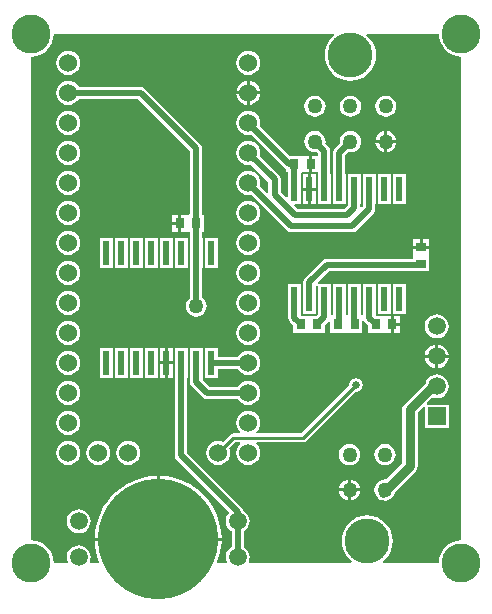
<source format=gtl>
G04*
G04 #@! TF.GenerationSoftware,Altium Limited,CircuitStudio,1.5.2 (30)*
G04*
G04 Layer_Physical_Order=1*
G04 Layer_Color=11767835*
%FSLAX25Y25*%
%MOIN*%
G70*
G01*
G75*
%ADD10R,0.02323X0.08071*%
%ADD11C,0.40158*%
%ADD12R,0.03150X0.03543*%
%ADD13R,0.03543X0.03150*%
%ADD14C,0.02000*%
%ADD15C,0.01000*%
%ADD16C,0.03000*%
%ADD17C,0.13000*%
%ADD18R,0.05906X0.05906*%
%ADD19C,0.05906*%
%ADD20C,0.06000*%
%ADD21C,0.05000*%
%ADD22C,0.15000*%
%ADD23C,0.02500*%
G36*
X374659Y379174D02*
X375087Y377761D01*
X375784Y376458D01*
X376721Y375316D01*
X377863Y374378D01*
X379166Y373682D01*
X380580Y373253D01*
X382050Y373108D01*
Y211881D01*
X380580Y211736D01*
X379166Y211307D01*
X377863Y210611D01*
X376721Y209673D01*
X375784Y208531D01*
X375087Y207228D01*
X374659Y205815D01*
X374514Y204344D01*
X355942D01*
X355763Y204844D01*
X356690Y205605D01*
X357752Y206899D01*
X358541Y208376D01*
X359027Y209978D01*
X359191Y211645D01*
X359027Y213311D01*
X358541Y214913D01*
X357752Y216390D01*
X356690Y217684D01*
X355395Y218746D01*
X353919Y219535D01*
X352316Y220022D01*
X350650Y220186D01*
X348984Y220022D01*
X347381Y219535D01*
X345905Y218746D01*
X344611Y217684D01*
X343548Y216390D01*
X342759Y214913D01*
X342273Y213311D01*
X342109Y211645D01*
X342273Y209978D01*
X342759Y208376D01*
X343548Y206899D01*
X344611Y205605D01*
X345537Y204844D01*
X345358Y204344D01*
X311431D01*
X311153Y204760D01*
X311347Y205228D01*
X311483Y206260D01*
X311347Y207292D01*
X310949Y208254D01*
X310315Y209079D01*
X309535Y209678D01*
Y214811D01*
X310315Y215410D01*
X310949Y216235D01*
X311347Y217197D01*
X311483Y218229D01*
X311347Y219261D01*
X310949Y220222D01*
X310315Y221048D01*
X309489Y221681D01*
X309435Y221704D01*
X309380Y221979D01*
X308938Y222640D01*
X308938Y222640D01*
X290539Y241039D01*
Y265938D01*
X290761D01*
Y276009D01*
X286439D01*
Y265938D01*
X286461D01*
Y240195D01*
X286616Y239414D01*
X287058Y238753D01*
X304682Y221128D01*
X304677Y221048D01*
X304043Y220222D01*
X303645Y219261D01*
X303509Y218229D01*
X303645Y217197D01*
X304043Y216235D01*
X304677Y215410D01*
X305457Y214811D01*
Y209678D01*
X304677Y209079D01*
X304043Y208254D01*
X303645Y207292D01*
X303509Y206260D01*
X303645Y205228D01*
X303839Y204760D01*
X303561Y204344D01*
X301008D01*
X300716Y204751D01*
X301404Y206777D01*
X301943Y209487D01*
X302091Y211744D01*
X259909D01*
X260057Y209487D01*
X260596Y206777D01*
X261284Y204751D01*
X260992Y204344D01*
X258439D01*
X258161Y204760D01*
X258355Y205228D01*
X258491Y206260D01*
X258355Y207292D01*
X257957Y208254D01*
X257323Y209079D01*
X256497Y209713D01*
X255536Y210111D01*
X254504Y210247D01*
X253472Y210111D01*
X252510Y209713D01*
X251685Y209079D01*
X251051Y208254D01*
X250653Y207292D01*
X250517Y206260D01*
X250653Y205228D01*
X250847Y204760D01*
X250569Y204344D01*
X246186D01*
X246041Y205815D01*
X245613Y207228D01*
X244916Y208531D01*
X243979Y209673D01*
X242837Y210611D01*
X241534Y211307D01*
X240120Y211736D01*
X238650Y211881D01*
Y373108D01*
X240120Y373253D01*
X241534Y373682D01*
X242837Y374378D01*
X243979Y375316D01*
X244916Y376458D01*
X245613Y377761D01*
X246041Y379174D01*
X246186Y380644D01*
X339541D01*
X339709Y380174D01*
X338990Y379584D01*
X337928Y378290D01*
X337139Y376813D01*
X336653Y375211D01*
X336489Y373545D01*
X336653Y371878D01*
X337139Y370276D01*
X337928Y368799D01*
X338990Y367505D01*
X340285Y366443D01*
X341761Y365653D01*
X343364Y365167D01*
X345030Y365003D01*
X346696Y365167D01*
X348299Y365653D01*
X349775Y366443D01*
X351069Y367505D01*
X352132Y368799D01*
X352921Y370276D01*
X353407Y371878D01*
X353571Y373545D01*
X353407Y375211D01*
X352921Y376813D01*
X352132Y378290D01*
X351069Y379584D01*
X350351Y380174D01*
X350519Y380644D01*
X374514D01*
X374659Y379174D01*
D02*
G37*
%LPC*%
G36*
X283100Y276009D02*
X281439D01*
Y271473D01*
X283100D01*
Y276009D01*
D02*
G37*
G36*
X377771Y272644D02*
X374350D01*
Y269223D01*
X374882Y269293D01*
X375843Y269692D01*
X376669Y270325D01*
X377303Y271151D01*
X377701Y272113D01*
X377771Y272644D01*
D02*
G37*
G36*
X285761Y276009D02*
X284100D01*
Y271473D01*
X285761D01*
Y276009D01*
D02*
G37*
G36*
X373350Y277065D02*
X372818Y276995D01*
X371857Y276597D01*
X371031Y275964D01*
X370397Y275138D01*
X369999Y274176D01*
X369929Y273644D01*
X373350D01*
Y277065D01*
D02*
G37*
G36*
X374350D02*
Y273644D01*
X377771D01*
X377701Y274176D01*
X377303Y275138D01*
X376669Y275964D01*
X375843Y276597D01*
X374882Y276995D01*
X374350Y277065D01*
D02*
G37*
G36*
X285761Y270473D02*
X284100D01*
Y265938D01*
X285761D01*
Y270473D01*
D02*
G37*
G36*
X283100D02*
X281439D01*
Y265938D01*
X283100D01*
Y270473D01*
D02*
G37*
G36*
X251000Y275034D02*
X249956Y274897D01*
X248983Y274494D01*
X248147Y273853D01*
X247506Y273017D01*
X247103Y272044D01*
X246966Y271000D01*
X247103Y269956D01*
X247506Y268983D01*
X248147Y268147D01*
X248983Y267506D01*
X249956Y267103D01*
X251000Y266966D01*
X252044Y267103D01*
X253017Y267506D01*
X253853Y268147D01*
X254494Y268983D01*
X254897Y269956D01*
X255034Y271000D01*
X254897Y272044D01*
X254494Y273017D01*
X253853Y273853D01*
X253017Y274494D01*
X252044Y274897D01*
X251000Y275034D01*
D02*
G37*
G36*
X373350Y272644D02*
X369929D01*
X369999Y272113D01*
X370397Y271151D01*
X371031Y270325D01*
X371857Y269692D01*
X372818Y269293D01*
X373350Y269223D01*
Y272644D01*
D02*
G37*
G36*
X300761Y276009D02*
X296439D01*
Y265938D01*
X300761D01*
Y268934D01*
X307543D01*
X308147Y268147D01*
X308983Y267506D01*
X309956Y267103D01*
X311000Y266966D01*
X312044Y267103D01*
X313017Y267506D01*
X313853Y268147D01*
X314494Y268983D01*
X314897Y269956D01*
X315035Y271000D01*
X314897Y272044D01*
X314494Y273017D01*
X313853Y273853D01*
X313017Y274494D01*
X312044Y274897D01*
X311000Y275034D01*
X309956Y274897D01*
X308983Y274494D01*
X308147Y273853D01*
X307506Y273017D01*
X307504Y273012D01*
X300761D01*
Y276009D01*
D02*
G37*
G36*
X251000Y285034D02*
X249956Y284897D01*
X248983Y284494D01*
X248147Y283853D01*
X247506Y283017D01*
X247103Y282044D01*
X246966Y281000D01*
X247103Y279956D01*
X247506Y278983D01*
X248147Y278147D01*
X248983Y277506D01*
X249956Y277103D01*
X251000Y276965D01*
X252044Y277103D01*
X253017Y277506D01*
X253853Y278147D01*
X254494Y278983D01*
X254897Y279956D01*
X255034Y281000D01*
X254897Y282044D01*
X254494Y283017D01*
X253853Y283853D01*
X253017Y284494D01*
X252044Y284897D01*
X251000Y285034D01*
D02*
G37*
G36*
X358461Y297209D02*
X354139D01*
Y287138D01*
X358461D01*
Y297209D01*
D02*
G37*
G36*
X311000Y295035D02*
X309956Y294897D01*
X308983Y294494D01*
X308147Y293853D01*
X307506Y293017D01*
X307103Y292044D01*
X306965Y291000D01*
X307103Y289956D01*
X307506Y288983D01*
X308147Y288147D01*
X308983Y287506D01*
X309956Y287103D01*
X311000Y286965D01*
X312044Y287103D01*
X313017Y287506D01*
X313853Y288147D01*
X314494Y288983D01*
X314897Y289956D01*
X315035Y291000D01*
X314897Y292044D01*
X314494Y293017D01*
X313853Y293853D01*
X313017Y294494D01*
X312044Y294897D01*
X311000Y295035D01*
D02*
G37*
G36*
X363461Y297209D02*
X359139D01*
Y287138D01*
X363461D01*
Y297209D01*
D02*
G37*
G36*
X311000Y305034D02*
X309956Y304897D01*
X308983Y304494D01*
X308147Y303853D01*
X307506Y303017D01*
X307103Y302044D01*
X306965Y301000D01*
X307103Y299956D01*
X307506Y298983D01*
X308147Y298147D01*
X308983Y297506D01*
X309956Y297103D01*
X311000Y296966D01*
X312044Y297103D01*
X313017Y297506D01*
X313853Y298147D01*
X314494Y298983D01*
X314897Y299956D01*
X315035Y301000D01*
X314897Y302044D01*
X314494Y303017D01*
X313853Y303853D01*
X313017Y304494D01*
X312044Y304897D01*
X311000Y305034D01*
D02*
G37*
G36*
X251000D02*
X249956Y304897D01*
X248983Y304494D01*
X248147Y303853D01*
X247506Y303017D01*
X247103Y302044D01*
X246966Y301000D01*
X247103Y299956D01*
X247506Y298983D01*
X248147Y298147D01*
X248983Y297506D01*
X249956Y297103D01*
X251000Y296966D01*
X252044Y297103D01*
X253017Y297506D01*
X253853Y298147D01*
X254494Y298983D01*
X254897Y299956D01*
X255034Y301000D01*
X254897Y302044D01*
X254494Y303017D01*
X253853Y303853D01*
X253017Y304494D01*
X252044Y304897D01*
X251000Y305034D01*
D02*
G37*
G36*
X373850Y287131D02*
X372818Y286996D01*
X371857Y286597D01*
X371031Y285964D01*
X370397Y285138D01*
X369999Y284176D01*
X369863Y283144D01*
X369999Y282113D01*
X370397Y281151D01*
X371031Y280325D01*
X371857Y279692D01*
X372818Y279293D01*
X373850Y279158D01*
X374882Y279293D01*
X375843Y279692D01*
X376669Y280325D01*
X377303Y281151D01*
X377701Y282113D01*
X377837Y283144D01*
X377701Y284176D01*
X377303Y285138D01*
X376669Y285964D01*
X375843Y286597D01*
X374882Y286996D01*
X373850Y287131D01*
D02*
G37*
G36*
X311000Y285034D02*
X309956Y284897D01*
X308983Y284494D01*
X308147Y283853D01*
X307506Y283017D01*
X307103Y282044D01*
X306965Y281000D01*
X307103Y279956D01*
X307506Y278983D01*
X308147Y278147D01*
X308983Y277506D01*
X309956Y277103D01*
X311000Y276965D01*
X312044Y277103D01*
X313017Y277506D01*
X313853Y278147D01*
X314494Y278983D01*
X314897Y279956D01*
X315035Y281000D01*
X314897Y282044D01*
X314494Y283017D01*
X313853Y283853D01*
X313017Y284494D01*
X312044Y284897D01*
X311000Y285034D01*
D02*
G37*
G36*
X361631Y283300D02*
X359556D01*
Y281028D01*
X361631D01*
Y283300D01*
D02*
G37*
G36*
X251000Y295035D02*
X249956Y294897D01*
X248983Y294494D01*
X248147Y293853D01*
X247506Y293017D01*
X247103Y292044D01*
X246966Y291000D01*
X247103Y289956D01*
X247506Y288983D01*
X248147Y288147D01*
X248983Y287506D01*
X249956Y287103D01*
X251000Y286965D01*
X252044Y287103D01*
X253017Y287506D01*
X253853Y288147D01*
X254494Y288983D01*
X254897Y289956D01*
X255034Y291000D01*
X254897Y292044D01*
X254494Y293017D01*
X253853Y293853D01*
X253017Y294494D01*
X252044Y294897D01*
X251000Y295035D01*
D02*
G37*
G36*
X359556Y286572D02*
Y284300D01*
X361631D01*
Y286572D01*
X359556D01*
D02*
G37*
G36*
X345250Y232109D02*
Y229145D01*
X348214D01*
X348160Y229558D01*
X347807Y230410D01*
X347246Y231141D01*
X346515Y231702D01*
X345664Y232054D01*
X345250Y232109D01*
D02*
G37*
G36*
X344250D02*
X343836Y232054D01*
X342985Y231702D01*
X342254Y231141D01*
X341693Y230410D01*
X341340Y229558D01*
X341286Y229145D01*
X344250D01*
Y232109D01*
D02*
G37*
G36*
X344750Y243975D02*
X343836Y243854D01*
X342985Y243502D01*
X342254Y242941D01*
X341693Y242210D01*
X341340Y241358D01*
X341220Y240444D01*
X341340Y239531D01*
X341693Y238679D01*
X342254Y237948D01*
X342985Y237387D01*
X343836Y237035D01*
X344750Y236914D01*
X345664Y237035D01*
X346515Y237387D01*
X347246Y237948D01*
X347807Y238679D01*
X348160Y239531D01*
X348280Y240444D01*
X348160Y241358D01*
X347807Y242210D01*
X347246Y242941D01*
X346515Y243502D01*
X345664Y243854D01*
X344750Y243975D01*
D02*
G37*
G36*
X251000Y245035D02*
X249956Y244897D01*
X248983Y244494D01*
X248147Y243853D01*
X247506Y243017D01*
X247103Y242044D01*
X246966Y241000D01*
X247103Y239956D01*
X247506Y238983D01*
X248147Y238147D01*
X248983Y237506D01*
X249956Y237103D01*
X251000Y236965D01*
X252044Y237103D01*
X253017Y237506D01*
X253853Y238147D01*
X254494Y238983D01*
X254897Y239956D01*
X255034Y241000D01*
X254897Y242044D01*
X254494Y243017D01*
X253853Y243853D01*
X253017Y244494D01*
X252044Y244897D01*
X251000Y245035D01*
D02*
G37*
G36*
X356570Y243975D02*
X355656Y243854D01*
X354805Y243502D01*
X354074Y242941D01*
X353513Y242210D01*
X353160Y241358D01*
X353040Y240444D01*
X353160Y239531D01*
X353513Y238679D01*
X354074Y237948D01*
X354805Y237387D01*
X355656Y237035D01*
X356570Y236914D01*
X357484Y237035D01*
X358335Y237387D01*
X359066Y237948D01*
X359627Y238679D01*
X359980Y239531D01*
X360100Y240444D01*
X359980Y241358D01*
X359627Y242210D01*
X359066Y242941D01*
X358335Y243502D01*
X357484Y243854D01*
X356570Y243975D01*
D02*
G37*
G36*
X281500Y233336D02*
Y212744D01*
X302091D01*
X301943Y215002D01*
X301404Y217712D01*
X300516Y220328D01*
X299294Y222807D01*
X297759Y225104D01*
X295937Y227181D01*
X293860Y229003D01*
X291562Y230538D01*
X289084Y231761D01*
X286467Y232649D01*
X283757Y233188D01*
X281500Y233336D01*
D02*
G37*
G36*
X280500D02*
X278243Y233188D01*
X275533Y232649D01*
X272916Y231761D01*
X270438Y230538D01*
X268141Y229003D01*
X266063Y227181D01*
X264241Y225104D01*
X262706Y222807D01*
X261484Y220328D01*
X260596Y217712D01*
X260057Y215002D01*
X259909Y212744D01*
X280500D01*
Y233336D01*
D02*
G37*
G36*
X254504Y222216D02*
X253472Y222080D01*
X252510Y221681D01*
X251685Y221048D01*
X251051Y220222D01*
X250653Y219261D01*
X250517Y218229D01*
X250653Y217197D01*
X251051Y216235D01*
X251685Y215410D01*
X252510Y214776D01*
X253472Y214378D01*
X254504Y214242D01*
X255536Y214378D01*
X256497Y214776D01*
X257323Y215410D01*
X257957Y216235D01*
X258355Y217197D01*
X258491Y218229D01*
X258355Y219261D01*
X257957Y220222D01*
X257323Y221048D01*
X256497Y221681D01*
X255536Y222080D01*
X254504Y222216D01*
D02*
G37*
G36*
X348214Y228145D02*
X345250D01*
Y225180D01*
X345664Y225235D01*
X346515Y225587D01*
X347246Y226148D01*
X347807Y226879D01*
X348160Y227731D01*
X348214Y228145D01*
D02*
G37*
G36*
X344250D02*
X341286D01*
X341340Y227731D01*
X341693Y226879D01*
X342254Y226148D01*
X342985Y225587D01*
X343836Y225235D01*
X344250Y225180D01*
Y228145D01*
D02*
G37*
G36*
X261000Y245035D02*
X259956Y244897D01*
X258983Y244494D01*
X258147Y243853D01*
X257506Y243017D01*
X257103Y242044D01*
X256965Y241000D01*
X257103Y239956D01*
X257506Y238983D01*
X258147Y238147D01*
X258983Y237506D01*
X259956Y237103D01*
X261000Y236965D01*
X262044Y237103D01*
X263017Y237506D01*
X263853Y238147D01*
X264494Y238983D01*
X264897Y239956D01*
X265035Y241000D01*
X264897Y242044D01*
X264494Y243017D01*
X263853Y243853D01*
X263017Y244494D01*
X262044Y244897D01*
X261000Y245035D01*
D02*
G37*
G36*
X265761Y276009D02*
X261439D01*
Y265938D01*
X265761D01*
Y276009D01*
D02*
G37*
G36*
X346900Y265894D02*
X346022Y265720D01*
X345278Y265222D01*
X344780Y264478D01*
X344606Y263600D01*
X344628Y263491D01*
X328666Y247529D01*
X313825D01*
X313665Y248003D01*
X313853Y248147D01*
X314494Y248983D01*
X314897Y249956D01*
X315035Y251000D01*
X314897Y252044D01*
X314494Y253017D01*
X313853Y253853D01*
X313017Y254494D01*
X312044Y254897D01*
X311000Y255034D01*
X309956Y254897D01*
X308983Y254494D01*
X308147Y253853D01*
X307506Y253017D01*
X307103Y252044D01*
X306965Y251000D01*
X307103Y249956D01*
X307506Y248983D01*
X308147Y248147D01*
X308335Y248003D01*
X308174Y247529D01*
X306000D01*
X305415Y247413D01*
X304919Y247081D01*
X302532Y244695D01*
X302044Y244897D01*
X301000Y245035D01*
X299956Y244897D01*
X298983Y244494D01*
X298147Y243853D01*
X297506Y243017D01*
X297103Y242044D01*
X296966Y241000D01*
X297103Y239956D01*
X297506Y238983D01*
X298147Y238147D01*
X298983Y237506D01*
X299956Y237103D01*
X301000Y236965D01*
X302044Y237103D01*
X303017Y237506D01*
X303853Y238147D01*
X304494Y238983D01*
X304897Y239956D01*
X305034Y241000D01*
X304897Y242044D01*
X304695Y242532D01*
X306633Y244471D01*
X308174D01*
X308335Y243997D01*
X308147Y243853D01*
X307506Y243017D01*
X307103Y242044D01*
X306965Y241000D01*
X307103Y239956D01*
X307506Y238983D01*
X308147Y238147D01*
X308983Y237506D01*
X309956Y237103D01*
X311000Y236965D01*
X312044Y237103D01*
X313017Y237506D01*
X313853Y238147D01*
X314494Y238983D01*
X314897Y239956D01*
X315035Y241000D01*
X314897Y242044D01*
X314494Y243017D01*
X313853Y243853D01*
X313665Y243997D01*
X313825Y244471D01*
X329300D01*
X329885Y244587D01*
X330381Y244919D01*
X346791Y261328D01*
X346900Y261306D01*
X347778Y261480D01*
X348522Y261978D01*
X349020Y262722D01*
X349194Y263600D01*
X349020Y264478D01*
X348522Y265222D01*
X347778Y265720D01*
X346900Y265894D01*
D02*
G37*
G36*
X270761Y276009D02*
X266439D01*
Y265938D01*
X270761D01*
Y276009D01*
D02*
G37*
G36*
X280761D02*
X276439D01*
Y265938D01*
X280761D01*
Y276009D01*
D02*
G37*
G36*
X275761D02*
X271439D01*
Y265938D01*
X275761D01*
Y276009D01*
D02*
G37*
G36*
X251000Y255034D02*
X249956Y254897D01*
X248983Y254494D01*
X248147Y253853D01*
X247506Y253017D01*
X247103Y252044D01*
X246966Y251000D01*
X247103Y249956D01*
X247506Y248983D01*
X248147Y248147D01*
X248983Y247506D01*
X249956Y247103D01*
X251000Y246966D01*
X252044Y247103D01*
X253017Y247506D01*
X253853Y248147D01*
X254494Y248983D01*
X254897Y249956D01*
X255034Y251000D01*
X254897Y252044D01*
X254494Y253017D01*
X253853Y253853D01*
X253017Y254494D01*
X252044Y254897D01*
X251000Y255034D01*
D02*
G37*
G36*
X271000Y245035D02*
X269956Y244897D01*
X268983Y244494D01*
X268147Y243853D01*
X267506Y243017D01*
X267103Y242044D01*
X266966Y241000D01*
X267103Y239956D01*
X267506Y238983D01*
X268147Y238147D01*
X268983Y237506D01*
X269956Y237103D01*
X271000Y236965D01*
X272044Y237103D01*
X273017Y237506D01*
X273853Y238147D01*
X274494Y238983D01*
X274897Y239956D01*
X275034Y241000D01*
X274897Y242044D01*
X274494Y243017D01*
X273853Y243853D01*
X273017Y244494D01*
X272044Y244897D01*
X271000Y245035D01*
D02*
G37*
G36*
X251000Y265035D02*
X249956Y264897D01*
X248983Y264494D01*
X248147Y263853D01*
X247506Y263017D01*
X247103Y262044D01*
X246966Y261000D01*
X247103Y259956D01*
X247506Y258983D01*
X248147Y258147D01*
X248983Y257506D01*
X249956Y257103D01*
X251000Y256965D01*
X252044Y257103D01*
X253017Y257506D01*
X253853Y258147D01*
X254494Y258983D01*
X254897Y259956D01*
X255034Y261000D01*
X254897Y262044D01*
X254494Y263017D01*
X253853Y263853D01*
X253017Y264494D01*
X252044Y264897D01*
X251000Y265035D01*
D02*
G37*
G36*
X373850Y267131D02*
X372818Y266996D01*
X371857Y266597D01*
X371031Y265964D01*
X370397Y265138D01*
X370085Y264385D01*
X363148Y257447D01*
X362595Y256620D01*
X362401Y255644D01*
Y237700D01*
X356840Y232139D01*
X356570Y232175D01*
X355656Y232054D01*
X354805Y231702D01*
X354074Y231141D01*
X353513Y230410D01*
X353160Y229558D01*
X353040Y228644D01*
X353160Y227731D01*
X353513Y226879D01*
X353836Y226458D01*
X354208Y225902D01*
X355034Y225349D01*
X356010Y225155D01*
X356108Y225175D01*
X356570Y225114D01*
X357484Y225235D01*
X358335Y225587D01*
X359066Y226148D01*
X359627Y226879D01*
X359980Y227731D01*
X360031Y228121D01*
X366752Y234842D01*
X367305Y235669D01*
X367499Y236644D01*
Y254589D01*
X369435Y256525D01*
X369897Y256334D01*
Y249192D01*
X377803D01*
Y257097D01*
X370661D01*
X370469Y257559D01*
X372384Y259473D01*
X372818Y259294D01*
X373850Y259158D01*
X374882Y259294D01*
X375843Y259692D01*
X376669Y260325D01*
X377303Y261151D01*
X377701Y262113D01*
X377837Y263144D01*
X377701Y264176D01*
X377303Y265138D01*
X376669Y265964D01*
X375843Y266597D01*
X374882Y266996D01*
X373850Y267131D01*
D02*
G37*
G36*
X295761Y276009D02*
X291439D01*
Y265938D01*
X291561D01*
Y264694D01*
X291716Y263914D01*
X292158Y263253D01*
X295853Y259558D01*
X296514Y259116D01*
X297294Y258961D01*
X307523D01*
X308147Y258147D01*
X308983Y257506D01*
X309956Y257103D01*
X311000Y256965D01*
X312044Y257103D01*
X313017Y257506D01*
X313853Y258147D01*
X314494Y258983D01*
X314897Y259956D01*
X315035Y261000D01*
X314897Y262044D01*
X314494Y263017D01*
X313853Y263853D01*
X313017Y264494D01*
X312044Y264897D01*
X311000Y265035D01*
X309956Y264897D01*
X308983Y264494D01*
X308147Y263853D01*
X307523Y263039D01*
X298139D01*
X295741Y265438D01*
X295761Y265938D01*
X295761D01*
Y276009D01*
D02*
G37*
G36*
X345030Y348275D02*
X344116Y348154D01*
X343265Y347802D01*
X342534Y347241D01*
X341973Y346510D01*
X341620Y345658D01*
X341500Y344744D01*
X341575Y344173D01*
X339858Y342456D01*
X339416Y341795D01*
X339261Y341015D01*
Y333862D01*
X339139D01*
Y323791D01*
X343461D01*
Y333862D01*
X343339D01*
Y340170D01*
X344459Y341289D01*
X345030Y341214D01*
X345944Y341335D01*
X346795Y341687D01*
X347526Y342248D01*
X348087Y342979D01*
X348440Y343831D01*
X348560Y344744D01*
X348440Y345658D01*
X348087Y346510D01*
X347526Y347241D01*
X346795Y347802D01*
X345944Y348154D01*
X345030Y348275D01*
D02*
G37*
G36*
X333210D02*
X332296Y348154D01*
X331445Y347802D01*
X330714Y347241D01*
X330153Y346510D01*
X329800Y345658D01*
X329680Y344744D01*
X329800Y343831D01*
X330153Y342979D01*
X330714Y342248D01*
X331445Y341687D01*
X332296Y341335D01*
X333210Y341214D01*
X333781Y341289D01*
X334148Y340923D01*
Y340357D01*
X333907Y340116D01*
X332306D01*
Y337345D01*
Y334573D01*
X334261D01*
Y333862D01*
X334139D01*
Y323791D01*
X338461D01*
Y333862D01*
X338339D01*
Y341654D01*
X338184Y342435D01*
X337742Y343096D01*
X336665Y344173D01*
X336740Y344744D01*
X336620Y345658D01*
X336267Y346510D01*
X335706Y347241D01*
X334975Y347802D01*
X334124Y348154D01*
X333210Y348275D01*
D02*
G37*
G36*
X356350Y344245D02*
X353386D01*
X353440Y343831D01*
X353793Y342979D01*
X354354Y342248D01*
X355085Y341687D01*
X355936Y341335D01*
X356350Y341280D01*
Y344245D01*
D02*
G37*
G36*
Y348209D02*
X355936Y348154D01*
X355085Y347802D01*
X354354Y347241D01*
X353793Y346510D01*
X353440Y345658D01*
X353386Y345245D01*
X356350D01*
Y348209D01*
D02*
G37*
G36*
X360314Y344245D02*
X357350D01*
Y341280D01*
X357764Y341335D01*
X358615Y341687D01*
X359346Y342248D01*
X359907Y342979D01*
X360260Y343831D01*
X360314Y344245D01*
D02*
G37*
G36*
X251000Y335034D02*
X249956Y334897D01*
X248983Y334494D01*
X248147Y333853D01*
X247506Y333017D01*
X247103Y332044D01*
X246966Y331000D01*
X247103Y329956D01*
X247506Y328983D01*
X248147Y328147D01*
X248983Y327506D01*
X249956Y327103D01*
X251000Y326965D01*
X252044Y327103D01*
X253017Y327506D01*
X253853Y328147D01*
X254494Y328983D01*
X254897Y329956D01*
X255034Y331000D01*
X254897Y332044D01*
X254494Y333017D01*
X253853Y333853D01*
X253017Y334494D01*
X252044Y334897D01*
X251000Y335034D01*
D02*
G37*
G36*
X311000Y355034D02*
X309956Y354897D01*
X308983Y354494D01*
X308147Y353853D01*
X307506Y353017D01*
X307103Y352044D01*
X306965Y351000D01*
X307103Y349956D01*
X307506Y348983D01*
X308147Y348147D01*
X308983Y347506D01*
X309956Y347103D01*
X311000Y346966D01*
X312017Y347099D01*
X323214Y335903D01*
X323719Y335565D01*
Y334573D01*
X324261D01*
Y333862D01*
X324139D01*
Y326193D01*
X323677Y326002D01*
X321789Y327889D01*
Y332250D01*
X321634Y333030D01*
X321192Y333692D01*
X314901Y339983D01*
X315035Y341000D01*
X314897Y342044D01*
X314494Y343017D01*
X313853Y343853D01*
X313017Y344494D01*
X312044Y344897D01*
X311000Y345035D01*
X309956Y344897D01*
X308983Y344494D01*
X308147Y343853D01*
X307506Y343017D01*
X307103Y342044D01*
X306965Y341000D01*
X307103Y339956D01*
X307506Y338983D01*
X308147Y338147D01*
X308983Y337506D01*
X309956Y337103D01*
X311000Y336965D01*
X312017Y337099D01*
X317711Y331405D01*
Y327826D01*
X317249Y327635D01*
X314901Y329983D01*
X315035Y331000D01*
X314897Y332044D01*
X314494Y333017D01*
X313853Y333853D01*
X313017Y334494D01*
X312044Y334897D01*
X311000Y335034D01*
X309956Y334897D01*
X308983Y334494D01*
X308147Y333853D01*
X307506Y333017D01*
X307103Y332044D01*
X306965Y331000D01*
X307103Y329956D01*
X307506Y328983D01*
X308147Y328147D01*
X308983Y327506D01*
X309956Y327103D01*
X311000Y326965D01*
X312017Y327099D01*
X323914Y315203D01*
X323914Y315203D01*
X324575Y314760D01*
X325356Y314605D01*
X325356Y314605D01*
X345650D01*
X346430Y314760D01*
X347092Y315203D01*
X352742Y320853D01*
X353184Y321514D01*
X353339Y322294D01*
X353339Y322294D01*
Y323791D01*
X353461D01*
Y333862D01*
X349139D01*
Y323791D01*
X349261D01*
Y323139D01*
X348789Y322668D01*
X348289Y322875D01*
Y323791D01*
X348461D01*
Y333862D01*
X344139D01*
Y323791D01*
X344139Y323791D01*
X344139D01*
X344121Y323299D01*
X343005Y322184D01*
X327495D01*
X326349Y323329D01*
X326540Y323791D01*
X328461D01*
Y333862D01*
X328461D01*
X328476Y334356D01*
X328533Y334413D01*
X328839Y334573D01*
X328869D01*
X329050D01*
X329231D01*
X329369Y334573D01*
X331306D01*
Y337345D01*
Y340116D01*
X329369D01*
X329231Y340116D01*
X329050D01*
X328869D01*
X328731Y340116D01*
X324768D01*
X314901Y349983D01*
X315035Y351000D01*
X314897Y352044D01*
X314494Y353017D01*
X313853Y353853D01*
X313017Y354494D01*
X312044Y354897D01*
X311000Y355034D01*
D02*
G37*
G36*
X330800Y333862D02*
X329139D01*
Y329327D01*
X330800D01*
Y333862D01*
D02*
G37*
G36*
X251000Y345035D02*
X249956Y344897D01*
X248983Y344494D01*
X248147Y343853D01*
X247506Y343017D01*
X247103Y342044D01*
X246966Y341000D01*
X247103Y339956D01*
X247506Y338983D01*
X248147Y338147D01*
X248983Y337506D01*
X249956Y337103D01*
X251000Y336965D01*
X252044Y337103D01*
X253017Y337506D01*
X253853Y338147D01*
X254494Y338983D01*
X254897Y339956D01*
X255034Y341000D01*
X254897Y342044D01*
X254494Y343017D01*
X253853Y343853D01*
X253017Y344494D01*
X252044Y344897D01*
X251000Y345035D01*
D02*
G37*
G36*
X333461Y333862D02*
X331800D01*
Y329327D01*
X333461D01*
Y333862D01*
D02*
G37*
G36*
X357350Y348209D02*
Y345245D01*
X360314D01*
X360260Y345658D01*
X359907Y346510D01*
X359346Y347241D01*
X358615Y347802D01*
X357764Y348154D01*
X357350Y348209D01*
D02*
G37*
G36*
X310500Y364969D02*
X309956Y364897D01*
X308983Y364494D01*
X308147Y363853D01*
X307506Y363017D01*
X307103Y362044D01*
X307031Y361500D01*
X310500D01*
Y364969D01*
D02*
G37*
G36*
X314969Y360500D02*
X311500D01*
Y357031D01*
X312044Y357103D01*
X313017Y357506D01*
X313853Y358147D01*
X314494Y358983D01*
X314897Y359956D01*
X314969Y360500D01*
D02*
G37*
G36*
X311500Y364969D02*
Y361500D01*
X314969D01*
X314897Y362044D01*
X314494Y363017D01*
X313853Y363853D01*
X313017Y364494D01*
X312044Y364897D01*
X311500Y364969D01*
D02*
G37*
G36*
X311000Y375034D02*
X309956Y374897D01*
X308983Y374494D01*
X308147Y373853D01*
X307506Y373017D01*
X307103Y372044D01*
X306965Y371000D01*
X307103Y369956D01*
X307506Y368983D01*
X308147Y368147D01*
X308983Y367506D01*
X309956Y367103D01*
X311000Y366966D01*
X312044Y367103D01*
X313017Y367506D01*
X313853Y368147D01*
X314494Y368983D01*
X314897Y369956D01*
X315035Y371000D01*
X314897Y372044D01*
X314494Y373017D01*
X313853Y373853D01*
X313017Y374494D01*
X312044Y374897D01*
X311000Y375034D01*
D02*
G37*
G36*
X251000D02*
X249956Y374897D01*
X248983Y374494D01*
X248147Y373853D01*
X247506Y373017D01*
X247103Y372044D01*
X246966Y371000D01*
X247103Y369956D01*
X247506Y368983D01*
X248147Y368147D01*
X248983Y367506D01*
X249956Y367103D01*
X251000Y366966D01*
X252044Y367103D01*
X253017Y367506D01*
X253853Y368147D01*
X254494Y368983D01*
X254897Y369956D01*
X255034Y371000D01*
X254897Y372044D01*
X254494Y373017D01*
X253853Y373853D01*
X253017Y374494D01*
X252044Y374897D01*
X251000Y375034D01*
D02*
G37*
G36*
X333210Y360075D02*
X332296Y359954D01*
X331445Y359602D01*
X330714Y359041D01*
X330153Y358310D01*
X329800Y357458D01*
X329680Y356544D01*
X329800Y355631D01*
X330153Y354779D01*
X330714Y354048D01*
X331445Y353487D01*
X332296Y353135D01*
X333210Y353014D01*
X334124Y353135D01*
X334975Y353487D01*
X335706Y354048D01*
X336267Y354779D01*
X336620Y355631D01*
X336740Y356544D01*
X336620Y357458D01*
X336267Y358310D01*
X335706Y359041D01*
X334975Y359602D01*
X334124Y359954D01*
X333210Y360075D01*
D02*
G37*
G36*
X251000Y355034D02*
X249956Y354897D01*
X248983Y354494D01*
X248147Y353853D01*
X247506Y353017D01*
X247103Y352044D01*
X246966Y351000D01*
X247103Y349956D01*
X247506Y348983D01*
X248147Y348147D01*
X248983Y347506D01*
X249956Y347103D01*
X251000Y346966D01*
X252044Y347103D01*
X253017Y347506D01*
X253853Y348147D01*
X254494Y348983D01*
X254897Y349956D01*
X255034Y351000D01*
X254897Y352044D01*
X254494Y353017D01*
X253853Y353853D01*
X253017Y354494D01*
X252044Y354897D01*
X251000Y355034D01*
D02*
G37*
G36*
X345030Y360075D02*
X344116Y359954D01*
X343265Y359602D01*
X342534Y359041D01*
X341973Y358310D01*
X341620Y357458D01*
X341500Y356544D01*
X341620Y355631D01*
X341973Y354779D01*
X342534Y354048D01*
X343265Y353487D01*
X344116Y353135D01*
X345030Y353014D01*
X345944Y353135D01*
X346795Y353487D01*
X347526Y354048D01*
X348087Y354779D01*
X348440Y355631D01*
X348560Y356544D01*
X348440Y357458D01*
X348087Y358310D01*
X347526Y359041D01*
X346795Y359602D01*
X345944Y359954D01*
X345030Y360075D01*
D02*
G37*
G36*
X310500Y360500D02*
X307031D01*
X307103Y359956D01*
X307506Y358983D01*
X308147Y358147D01*
X308983Y357506D01*
X309956Y357103D01*
X310500Y357031D01*
Y360500D01*
D02*
G37*
G36*
X356850Y360075D02*
X355936Y359954D01*
X355085Y359602D01*
X354354Y359041D01*
X353793Y358310D01*
X353440Y357458D01*
X353320Y356544D01*
X353440Y355631D01*
X353793Y354779D01*
X354354Y354048D01*
X355085Y353487D01*
X355936Y353135D01*
X356850Y353014D01*
X357764Y353135D01*
X358615Y353487D01*
X359346Y354048D01*
X359907Y354779D01*
X360260Y355631D01*
X360380Y356544D01*
X360260Y357458D01*
X359907Y358310D01*
X359346Y359041D01*
X358615Y359602D01*
X357764Y359954D01*
X356850Y360075D01*
D02*
G37*
G36*
X290761Y312662D02*
X286439D01*
Y302591D01*
X290761D01*
Y312662D01*
D02*
G37*
G36*
X285761D02*
X281439D01*
Y302591D01*
X285761D01*
Y312662D01*
D02*
G37*
G36*
X300761D02*
X296439D01*
Y302591D01*
X300761D01*
Y312662D01*
D02*
G37*
G36*
X311000Y315035D02*
X309956Y314897D01*
X308983Y314494D01*
X308147Y313853D01*
X307506Y313017D01*
X307103Y312044D01*
X306965Y311000D01*
X307103Y309956D01*
X307506Y308983D01*
X308147Y308147D01*
X308983Y307506D01*
X309956Y307103D01*
X311000Y306965D01*
X312044Y307103D01*
X313017Y307506D01*
X313853Y308147D01*
X314494Y308983D01*
X314897Y309956D01*
X315035Y311000D01*
X314897Y312044D01*
X314494Y313017D01*
X313853Y313853D01*
X313017Y314494D01*
X312044Y314897D01*
X311000Y315035D01*
D02*
G37*
G36*
X251000D02*
X249956Y314897D01*
X248983Y314494D01*
X248147Y313853D01*
X247506Y313017D01*
X247103Y312044D01*
X246966Y311000D01*
X247103Y309956D01*
X247506Y308983D01*
X248147Y308147D01*
X248983Y307506D01*
X249956Y307103D01*
X251000Y306965D01*
X252044Y307103D01*
X253017Y307506D01*
X253853Y308147D01*
X254494Y308983D01*
X254897Y309956D01*
X255034Y311000D01*
X254897Y312044D01*
X254494Y313017D01*
X253853Y313853D01*
X253017Y314494D01*
X252044Y314897D01*
X251000Y315035D01*
D02*
G37*
G36*
X265761Y312662D02*
X261439D01*
Y302591D01*
X265761D01*
Y312662D01*
D02*
G37*
G36*
X371372Y309056D02*
X365828D01*
Y307119D01*
X365828Y306981D01*
Y306800D01*
Y306619D01*
X365828Y306481D01*
Y305639D01*
X337100D01*
X336320Y305484D01*
X335658Y305042D01*
X329858Y299242D01*
X329416Y298580D01*
X329261Y297800D01*
Y297209D01*
X329139D01*
Y287138D01*
X333461D01*
Y296833D01*
X333639Y296955D01*
X334044Y296780D01*
X334139Y296692D01*
Y287138D01*
X334139Y287138D01*
X334139D01*
X334139Y287138D01*
X333977Y286705D01*
X333844Y286572D01*
X331519D01*
X331381Y286572D01*
X331200D01*
X331019D01*
X330881Y286572D01*
X328556D01*
X328482Y286646D01*
X328461Y287138D01*
X328461Y287138D01*
X328461Y287138D01*
Y297209D01*
X324139D01*
Y287138D01*
X324261D01*
Y285944D01*
X324416Y285164D01*
X324858Y284502D01*
X325869Y283491D01*
Y281028D01*
X330881D01*
X331019Y281028D01*
X331200D01*
X331381D01*
X331519Y281028D01*
X336531D01*
Y283491D01*
X337742Y284702D01*
X337869Y284893D01*
X338369Y284741D01*
Y281028D01*
X343381D01*
X343519Y281028D01*
X343700D01*
X343881D01*
X344019Y281028D01*
X349031D01*
Y284940D01*
X349531Y285092D01*
X349858Y284602D01*
X350969Y283491D01*
Y281028D01*
X355981D01*
X356119Y281028D01*
X356300D01*
X356481D01*
X356619Y281028D01*
X358556D01*
Y283800D01*
Y286572D01*
X356619D01*
X356481Y286572D01*
X356300D01*
X356119D01*
X355981Y286572D01*
X353656D01*
X353552Y286676D01*
X353461Y287138D01*
X353461Y287138D01*
X353461Y287138D01*
Y297209D01*
X349139D01*
Y287138D01*
X349139Y287138D01*
X349139D01*
X349116Y286946D01*
X348602Y286662D01*
X348558Y286678D01*
X348461Y287138D01*
X348461D01*
Y297209D01*
X344139D01*
Y287138D01*
X344139D01*
X343999Y286696D01*
X343881Y286572D01*
X343839D01*
X343634Y286709D01*
X343461Y287138D01*
X343461D01*
Y297209D01*
X339139D01*
Y287138D01*
X339139D01*
X339022Y286686D01*
X338996Y286661D01*
X338870Y286613D01*
X338660Y286734D01*
X338449Y287072D01*
X338461Y287138D01*
Y287138D01*
X338461D01*
Y297209D01*
X334608D01*
X334608D01*
X334572Y297209D01*
X334373Y297209D01*
X334327D01*
X334300D01*
X334284Y297239D01*
X334263Y297280D01*
X334219Y297367D01*
X334097Y297605D01*
X334097Y297605D01*
X334078Y297641D01*
X334060Y297676D01*
X337945Y301561D01*
X365828D01*
Y301469D01*
X371372D01*
Y306481D01*
X371372Y306619D01*
Y306800D01*
Y306981D01*
X371372Y307119D01*
Y309056D01*
D02*
G37*
G36*
X270761Y312662D02*
X266439D01*
Y302591D01*
X270761D01*
Y312662D01*
D02*
G37*
G36*
X280761D02*
X276439D01*
Y302591D01*
X280761D01*
Y312662D01*
D02*
G37*
G36*
X275761D02*
X271439D01*
Y302591D01*
X275761D01*
Y312662D01*
D02*
G37*
G36*
X368100Y312131D02*
X365828D01*
Y310056D01*
X368100D01*
Y312131D01*
D02*
G37*
G36*
X330800Y328327D02*
X329139D01*
Y323791D01*
X330800D01*
Y328327D01*
D02*
G37*
G36*
X251000Y365035D02*
X249956Y364897D01*
X248983Y364494D01*
X248147Y363853D01*
X247506Y363017D01*
X247103Y362044D01*
X246966Y361000D01*
X247103Y359956D01*
X247506Y358983D01*
X248147Y358147D01*
X248983Y357506D01*
X249956Y357103D01*
X251000Y356965D01*
X252044Y357103D01*
X253017Y357506D01*
X253853Y358147D01*
X254477Y358961D01*
X274250D01*
X291567Y341644D01*
Y320670D01*
X291356Y320459D01*
X291067Y320316D01*
X291031D01*
X290850D01*
X290669D01*
X290531Y320316D01*
X288594D01*
Y317545D01*
Y314773D01*
X290531D01*
X290669Y314773D01*
X290850D01*
X291031D01*
X291061D01*
X291561Y314512D01*
Y312662D01*
X291439D01*
Y302591D01*
X291561D01*
Y292753D01*
X291154Y292441D01*
X290593Y291710D01*
X290240Y290858D01*
X290120Y289945D01*
X290240Y289031D01*
X290593Y288179D01*
X291154Y287448D01*
X291885Y286887D01*
X292736Y286535D01*
X293650Y286414D01*
X294564Y286535D01*
X295415Y286887D01*
X296146Y287448D01*
X296707Y288179D01*
X297060Y289031D01*
X297180Y289945D01*
X297060Y290858D01*
X296707Y291710D01*
X296146Y292441D01*
X295639Y292830D01*
Y302591D01*
X295761D01*
Y312662D01*
X295639D01*
Y314773D01*
X296181D01*
Y320316D01*
X295645D01*
Y342489D01*
X295490Y343269D01*
X295048Y343931D01*
X276536Y362442D01*
X275875Y362884D01*
X275095Y363039D01*
X254477D01*
X253853Y363853D01*
X253017Y364494D01*
X252044Y364897D01*
X251000Y365035D01*
D02*
G37*
G36*
X333461Y328327D02*
X331800D01*
Y323791D01*
X333461D01*
Y328327D01*
D02*
G37*
G36*
X363461Y333862D02*
X359139D01*
Y323791D01*
X363461D01*
Y333862D01*
D02*
G37*
G36*
X358461D02*
X354139D01*
Y323791D01*
X358461D01*
Y333862D01*
D02*
G37*
G36*
X287594Y317044D02*
X285519D01*
Y314773D01*
X287594D01*
Y317044D01*
D02*
G37*
G36*
X371372Y312131D02*
X369100D01*
Y310056D01*
X371372D01*
Y312131D01*
D02*
G37*
G36*
X251000Y325034D02*
X249956Y324897D01*
X248983Y324494D01*
X248147Y323853D01*
X247506Y323017D01*
X247103Y322044D01*
X246966Y321000D01*
X247103Y319956D01*
X247506Y318983D01*
X248147Y318147D01*
X248983Y317506D01*
X249956Y317103D01*
X251000Y316966D01*
X252044Y317103D01*
X253017Y317506D01*
X253853Y318147D01*
X254494Y318983D01*
X254897Y319956D01*
X255034Y321000D01*
X254897Y322044D01*
X254494Y323017D01*
X253853Y323853D01*
X253017Y324494D01*
X252044Y324897D01*
X251000Y325034D01*
D02*
G37*
G36*
X287594Y320316D02*
X285519D01*
Y318044D01*
X287594D01*
Y320316D01*
D02*
G37*
G36*
X311000Y325034D02*
X309956Y324897D01*
X308983Y324494D01*
X308147Y323853D01*
X307506Y323017D01*
X307103Y322044D01*
X306965Y321000D01*
X307103Y319956D01*
X307506Y318983D01*
X308147Y318147D01*
X308983Y317506D01*
X309956Y317103D01*
X311000Y316966D01*
X312044Y317103D01*
X313017Y317506D01*
X313853Y318147D01*
X314494Y318983D01*
X314897Y319956D01*
X315035Y321000D01*
X314897Y322044D01*
X314494Y323017D01*
X313853Y323853D01*
X313017Y324494D01*
X312044Y324897D01*
X311000Y325034D01*
D02*
G37*
%LPD*%
D10*
X298600Y307627D02*
D03*
X293600D02*
D03*
X288600D02*
D03*
X283600D02*
D03*
X278600D02*
D03*
X273600D02*
D03*
X268600D02*
D03*
X263600D02*
D03*
Y270973D02*
D03*
X268600D02*
D03*
X273600D02*
D03*
X278600D02*
D03*
X283600D02*
D03*
X288600D02*
D03*
X293600D02*
D03*
X298600D02*
D03*
X326300Y292173D02*
D03*
X331300D02*
D03*
X336300D02*
D03*
X341300D02*
D03*
X346300D02*
D03*
X351300D02*
D03*
X356300D02*
D03*
X361300D02*
D03*
Y328827D02*
D03*
X356300D02*
D03*
X351300D02*
D03*
X346300D02*
D03*
X341300D02*
D03*
X336300D02*
D03*
X331300D02*
D03*
X326300D02*
D03*
D11*
X281000Y212245D02*
D03*
D12*
X293606Y317545D02*
D03*
X288094D02*
D03*
X326294Y337345D02*
D03*
X331806D02*
D03*
X328444Y283800D02*
D03*
X333956D02*
D03*
X346456Y283800D02*
D03*
X340944D02*
D03*
X353544Y283800D02*
D03*
X359056D02*
D03*
D13*
X368600Y304044D02*
D03*
Y309556D02*
D03*
D14*
X288500Y270873D02*
X288600Y270973D01*
X288500Y240195D02*
Y270873D01*
X297294Y261000D02*
X311000D01*
X293600Y264694D02*
X297294Y261000D01*
X293600Y264694D02*
Y270973D01*
X298600D02*
X310973D01*
X368156Y303600D02*
X368600Y304044D01*
X337100Y303600D02*
X368156D01*
X331300Y297800D02*
X337100Y303600D01*
X331300Y292173D02*
Y297800D01*
X351300Y286044D02*
X353544Y283800D01*
X351300Y286044D02*
Y292173D01*
X346300Y283956D02*
X346456Y283800D01*
X346300Y283956D02*
Y292173D01*
X340944Y283800D02*
X341300Y284156D01*
Y292173D01*
X333956Y283800D02*
X336300Y286144D01*
Y292173D01*
X326300Y285944D02*
X328444Y283800D01*
X326300Y285944D02*
Y292173D01*
X293600Y307627D02*
Y317539D01*
X293606Y317545D01*
X251000Y361000D02*
X275095D01*
X293606Y342489D01*
Y317545D02*
Y342489D01*
X311000Y351000D02*
X311338D01*
X326294Y337345D02*
X326300Y337338D01*
X343850Y320145D02*
X346250Y322545D01*
Y328777D01*
X346300Y328827D01*
X326300D02*
Y337338D01*
X311000Y341000D02*
X319750Y332250D01*
Y327045D02*
Y332250D01*
Y327045D02*
X326650Y320145D01*
X343850D01*
X311000Y331000D02*
X325356Y316645D01*
X345650D01*
X351300Y322294D01*
Y328827D01*
X311000Y351000D02*
X324656Y337345D01*
X326294D01*
X293600Y289995D02*
Y307627D01*
Y289995D02*
X293650Y289945D01*
X288500Y240195D02*
X307496Y221198D01*
Y219229D02*
Y221198D01*
Y207260D02*
Y219229D01*
X336300Y328827D02*
Y341654D01*
X333210Y344744D02*
X336300Y341654D01*
X341300Y328827D02*
Y341015D01*
X345030Y344744D01*
X355370Y228344D02*
X356010Y227705D01*
D15*
X301000Y241000D02*
X306000Y246000D01*
X329300D01*
X346900Y263600D01*
D16*
X356010Y227705D02*
X364950Y236644D01*
Y255644D01*
X372450Y263144D01*
X373850D01*
D17*
X238650Y380644D02*
D03*
X382050D02*
D03*
X238650Y204344D02*
D03*
X382050D02*
D03*
D18*
X373850Y253145D02*
D03*
D19*
Y263144D02*
D03*
Y273145D02*
D03*
Y283144D02*
D03*
X307496Y206260D02*
D03*
X254504D02*
D03*
X307496Y218229D02*
D03*
X254504D02*
D03*
D20*
X251000Y351000D02*
D03*
Y281000D02*
D03*
Y291000D02*
D03*
X301000Y241000D02*
D03*
X271000D02*
D03*
X261000D02*
D03*
X311000D02*
D03*
Y371000D02*
D03*
Y361000D02*
D03*
Y351000D02*
D03*
Y331000D02*
D03*
Y341000D02*
D03*
Y311000D02*
D03*
Y321000D02*
D03*
Y271000D02*
D03*
Y281000D02*
D03*
Y251000D02*
D03*
Y261000D02*
D03*
X251000D02*
D03*
Y251000D02*
D03*
Y271000D02*
D03*
Y301000D02*
D03*
Y321000D02*
D03*
Y311000D02*
D03*
Y341000D02*
D03*
Y331000D02*
D03*
Y361000D02*
D03*
Y371000D02*
D03*
Y241000D02*
D03*
X311000Y301000D02*
D03*
Y291000D02*
D03*
D21*
X333210Y344744D02*
D03*
X345030D02*
D03*
X356850D02*
D03*
Y356544D02*
D03*
X345030D02*
D03*
X333210D02*
D03*
X356570Y228644D02*
D03*
X344750D02*
D03*
Y240444D02*
D03*
X356570D02*
D03*
X293650Y289945D02*
D03*
D22*
X345030Y373545D02*
D03*
X350650Y211645D02*
D03*
D23*
X346900Y263600D02*
D03*
M02*

</source>
